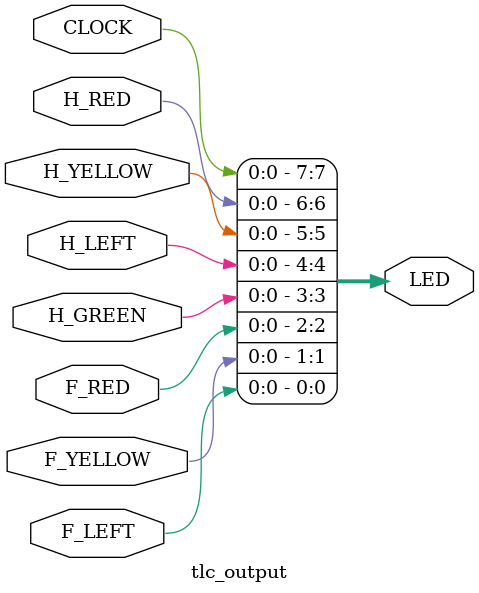
<source format=v>
module tlc_output (
    input        CLOCK,
    input        F_LEFT,
    input        F_RED,
    input        F_YELLOW,
    input        H_GREEN,
    input        H_LEFT,
    input        H_RED,
    input        H_YELLOW,

    output [7:0] LED
    );

    assign LED[7] = CLOCK;
    assign LED[6] = H_RED;
    assign LED[5] = H_YELLOW;
    assign LED[4] = H_LEFT;
    assign LED[3] = H_GREEN;
    assign LED[2] = F_RED;
    assign LED[1] = F_YELLOW;
    assign LED[0] = F_LEFT;

endmodule


</source>
